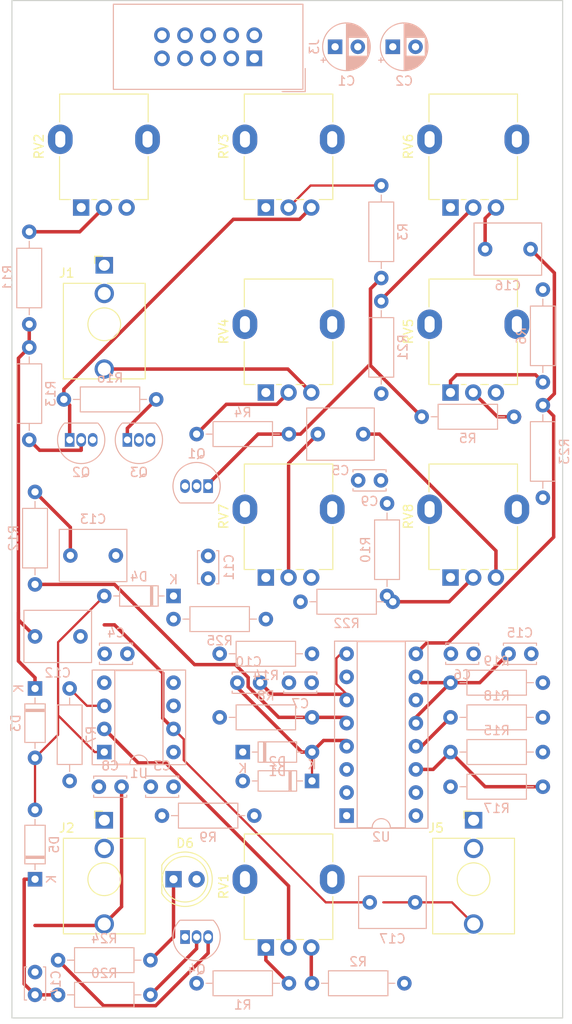
<source format=kicad_pcb>
(kicad_pcb (version 20171130) (host pcbnew 5.1.4-e60b266~84~ubuntu19.04.1)
  (title_block (title Bass++) (date 2019-10-03) (rev 01) (comment 1 "Original design by Thomas Henry") (comment 2 "PCB for main circuit") (comment 4 "License CC BY 4.0 - Attribution 4.0 International"))
  (layers (0 F.Cu signal) (31 B.Cu signal) (34 B.Paste user) (35 F.Paste user) (36 B.SilkS user) (37 F.SilkS user) (38 B.Mask user) (39 F.Mask user) (44 Edge.Cuts user))
  (net 0 "")
  (net 1 GND)
  (net 2 +15V)
  (net 3 -15V)
  (net 4 "Net-(C5-Pad2)")
  (net 5 "Net-(C5-Pad1)")
  (net 6 "Net-(C8-Pad2)")
  (net 7 /TRIGGER)
  (net 8 /ImpactVolume2)
  (net 9 "Net-(C10-Pad2)")
  (net 10 "Net-(C10-Pad1)")
  (net 11 /ImpactVolume1)
  (net 12 "Net-(C11-Pad1)")
  (net 13 "Net-(C12-Pad1)")
  (net 14 "Net-(C13-Pad2)")
  (net 15 "Net-(C13-Pad1)")
  (net 16 "Net-(C14-Pad1)")
  (net 17 "Net-(C15-Pad2)")
  (net 18 "Net-(C16-Pad2)")
  (net 19 /Shell)
  (net 20 /OUT)
  (net 21 "Net-(C17-Pad1)")
  (net 22 /PULSE)
  (net 23 "Net-(D6-Pad1)")
  (net 24 "Net-(J1-PadTN)")
  (net 25 "Net-(J1-PadT)")
  (net 26 "Net-(J2-PadTN)")
  (net 27 +5V)
  (net 28 /ShellVolume)
  (net 29 /ImpactTone)
  (net 30 /SENSITIVITY)
  (net 31 /DECAY)
  (net 32 /CV1)
  (net 33 /CV2)
  (net 34 "Net-(J5-PadTN)")
  (net 35 "Net-(Q1-Pad3)")
  (net 36 "Net-(Q2-Pad2)")
  (net 37 "Net-(Q3-Pad1)")
  (net 38 "Net-(Q3-Pad3)")
  (net 39 "Net-(Q4-Pad3)")
  (net 40 "Net-(Q4-Pad2)")
  (net 41 "Net-(R1-Pad2)")
  (net 42 "Net-(R2-Pad2)")
  (net 43 "Net-(R3-Pad2)")
  (net 44 "Net-(R4-Pad2)")
  (net 45 "Net-(R5-Pad2)")
  (net 46 "Net-(R6-Pad2)")
  (net 47 "Net-(R12-Pad2)")
  (net 48 "Net-(R15-Pad2)")
  (net 49 "Net-(R18-Pad2)")
  (net 50 "Net-(R21-Pad1)")
  (net 51 "Net-(U2-Pad15)")
  (net 52 "Net-(U2-Pad2)")
  (net 53 "Net-(RV2-Pad3)")
  (module Capacitor_THT:C_Rect_L7.2mm_W5.5mm_P5.00mm_FKS2_FKP2_MKS2_MKP2 (layer B.Cu) (at 90.17 149.86)
    (fp_text reference C17 (at 2.5 4) (layer B.SilkS) (effects (justify mirror)))
    (fp_text value 2u2)
    (pad 2 thru_hole circle (at 5 0) (size 1.6 1.6) (drill 0.8) (layers *.Cu *.Mask) (net 20 /OUT))
    (pad 1 thru_hole circle (at 0 0) (size 1.6 1.6) (drill 0.8) (layers *.Cu *.Mask) (net 21 "Net-(C17-Pad1)"))
  )
  (module Capacitor_THT:C_Rect_L7.2mm_W5.5mm_P5.00mm_FKS2_FKP2_MKS2_MKP2 (layer B.Cu) (at 102.87 78.105)
    (fp_text reference C16 (at 2.5 4) (layer B.SilkS) (effects (justify mirror)))
    (fp_text value 2u2)
    (pad 2 thru_hole circle (at 5 0) (size 1.6 1.6) (drill 0.8) (layers *.Cu *.Mask) (net 18 "Net-(C16-Pad2)"))
    (pad 1 thru_hole circle (at 0 0) (size 1.6 1.6) (drill 0.8) (layers *.Cu *.Mask) (net 19 /Shell))
  )
  (module Capacitor_THT:C_Rect_L7.2mm_W5.5mm_P5.00mm_FKS2_FKP2_MKS2_MKP2 (layer B.Cu) (at 62.23 111.76 180)
    (fp_text reference C13 (at 2.5 4) (layer B.SilkS) (effects (justify mirror)))
    (fp_text value 2u2)
    (pad 2 thru_hole circle (at 5 0 180) (size 1.6 1.6) (drill 0.8) (layers *.Cu *.Mask) (net 14 "Net-(C13-Pad2)"))
    (pad 1 thru_hole circle (at 0 0 180) (size 1.6 1.6) (drill 0.8) (layers *.Cu *.Mask) (net 15 "Net-(C13-Pad1)"))
  )
  (module Capacitor_THT:C_Rect_L7.2mm_W5.5mm_P5.00mm_FKS2_FKP2_MKS2_MKP2 (layer B.Cu) (at 53.34 120.65)
    (fp_text reference C12 (at 2.5 4) (layer B.SilkS) (effects (justify mirror)))
    (fp_text value 2u2)
    (pad 2 thru_hole circle (at 5 0) (size 1.6 1.6) (drill 0.8) (layers *.Cu *.Mask) (net 1 GND))
    (pad 1 thru_hole circle (at 0 0) (size 1.6 1.6) (drill 0.8) (layers *.Cu *.Mask) (net 13 "Net-(C12-Pad1)"))
  )
  (module Capacitor_THT:C_Rect_L7.2mm_W5.5mm_P5.00mm_FKS2_FKP2_MKS2_MKP2 (layer B.Cu) (at 84.455 98.425)
    (fp_text reference C5 (at 2.5 4) (layer B.SilkS) (effects (justify mirror)))
    (fp_text value 2u2)
    (pad 2 thru_hole circle (at 5 0) (size 1.6 1.6) (drill 0.8) (layers *.Cu *.Mask) (net 4 "Net-(C5-Pad2)"))
    (pad 1 thru_hole circle (at 0 0) (size 1.6 1.6) (drill 0.8) (layers *.Cu *.Mask) (net 5 "Net-(C5-Pad1)"))
  )
  (module Package_DIP:DIP-16_W7.62mm_Socket (layer B.Cu) (at 87.63 140.335)
    (fp_text reference U2 (at 3.81 2.33) (layer B.SilkS) (effects (justify mirror)))
    (fp_text value LM13700)
    (pad 16 thru_hole oval (at 7.62 0) (size 1.6 1.6) (drill 0.8) (layers *.Cu *.Mask) (net 38 "Net-(Q3-Pad3)"))
    (pad 8 thru_hole oval (at 0 -17.78) (size 1.6 1.6) (drill 0.8) (layers *.Cu *.Mask) (net 14 "Net-(C13-Pad2)"))
    (pad 15 thru_hole oval (at 7.62 -2.54) (size 1.6 1.6) (drill 0.8) (layers *.Cu *.Mask) (net 51 "Net-(U2-Pad15)"))
    (pad 7 thru_hole oval (at 0 -15.24) (size 1.6 1.6) (drill 0.8) (layers *.Cu *.Mask) (net 10 "Net-(C10-Pad1)"))
    (pad 14 thru_hole oval (at 7.62 -5.08) (size 1.6 1.6) (drill 0.8) (layers *.Cu *.Mask) (net 48 "Net-(R15-Pad2)"))
    (pad 6 thru_hole oval (at 0 -12.7) (size 1.6 1.6) (drill 0.8) (layers *.Cu *.Mask) (net 3 -15V))
    (pad 13 thru_hole oval (at 7.62 -7.62) (size 1.6 1.6) (drill 0.8) (layers *.Cu *.Mask) (net 49 "Net-(R18-Pad2)"))
    (pad 5 thru_hole oval (at 0 -10.16) (size 1.6 1.6) (drill 0.8) (layers *.Cu *.Mask) (net 10 "Net-(C10-Pad1)"))
    (pad 12 thru_hole oval (at 7.62 -10.16) (size 1.6 1.6) (drill 0.8) (layers *.Cu *.Mask) (net 17 "Net-(C15-Pad2)"))
    (pad 4 thru_hole oval (at 0 -7.62) (size 1.6 1.6) (drill 0.8) (layers *.Cu *.Mask) (net 47 "Net-(R12-Pad2)"))
    (pad 11 thru_hole oval (at 7.62 -12.7) (size 1.6 1.6) (drill 0.8) (layers *.Cu *.Mask) (net 2 +15V))
    (pad 3 thru_hole oval (at 0 -5.08) (size 1.6 1.6) (drill 0.8) (layers *.Cu *.Mask) (net 9 "Net-(C10-Pad2)"))
    (pad 10 thru_hole oval (at 7.62 -15.24) (size 1.6 1.6) (drill 0.8) (layers *.Cu *.Mask) (net 17 "Net-(C15-Pad2)"))
    (pad 2 thru_hole oval (at 0 -2.54) (size 1.6 1.6) (drill 0.8) (layers *.Cu *.Mask) (net 52 "Net-(U2-Pad2)"))
    (pad 9 thru_hole oval (at 7.62 -17.78) (size 1.6 1.6) (drill 0.8) (layers *.Cu *.Mask) (net 18 "Net-(C16-Pad2)"))
    (pad 1 thru_hole rect (at 0 0) (size 1.6 1.6) (drill 0.8) (layers *.Cu *.Mask) (net 35 "Net-(Q1-Pad3)"))
  )
  (module Package_DIP:DIP-8_W7.62mm_Socket (layer B.Cu) (at 60.96 133.35)
    (fp_text reference U1 (at 3.81 2.33) (layer B.SilkS) (effects (justify mirror)))
    (fp_text value TL072)
    (pad 8 thru_hole oval (at 7.62 0) (size 1.6 1.6) (drill 0.8) (layers *.Cu *.Mask) (net 2 +15V))
    (pad 4 thru_hole oval (at 0 -7.62) (size 1.6 1.6) (drill 0.8) (layers *.Cu *.Mask) (net 3 -15V))
    (pad 7 thru_hole oval (at 7.62 -2.54) (size 1.6 1.6) (drill 0.8) (layers *.Cu *.Mask) (net 21 "Net-(C17-Pad1)"))
    (pad 3 thru_hole oval (at 0 -5.08) (size 1.6 1.6) (drill 0.8) (layers *.Cu *.Mask) (net 6 "Net-(C8-Pad2)"))
    (pad 6 thru_hole oval (at 7.62 -5.08) (size 1.6 1.6) (drill 0.8) (layers *.Cu *.Mask) (net 50 "Net-(R21-Pad1)"))
    (pad 2 thru_hole oval (at 0 -2.54) (size 1.6 1.6) (drill 0.8) (layers *.Cu *.Mask) (net 30 /SENSITIVITY))
    (pad 5 thru_hole oval (at 7.62 -7.62) (size 1.6 1.6) (drill 0.8) (layers *.Cu *.Mask) (net 1 GND))
    (pad 1 thru_hole rect (at 0 0) (size 1.6 1.6) (drill 0.8) (layers *.Cu *.Mask) (net 22 /PULSE))
  )
  (module elektrophon:Potentiometer_Alpha_RD901F-40-00D_Single_Vertical (layer F.Cu) (at 101.6 106.68 90)
    (fp_text reference RV8 (at -0.79 -7.18 270) (layer F.SilkS))
    (fp_text value 100k)
    (pad "" thru_hole oval (at 0 -4.84 180) (size 2.72 3.24) (drill oval 1.1 1.8) (layers *.Cu *.Mask))
    (pad "" thru_hole oval (at 0 4.76 180) (size 2.72 3.24) (drill oval 1.1 1.8) (layers *.Cu *.Mask))
    (pad 3 thru_hole circle (at -7.5 2.46 180) (size 1.8 1.8) (drill 1) (layers *.Cu *.Mask) (net 4 "Net-(C5-Pad2)"))
    (pad 2 thru_hole circle (at -7.5 -0.04 180) (size 1.8 1.8) (drill 1) (layers *.Cu *.Mask) (net 29 /ImpactTone))
    (pad 1 thru_hole rect (at -7.5 -2.54 180) (size 1.8 1.8) (drill 1) (layers *.Cu *.Mask) (net 1 GND))
  )
  (module elektrophon:Potentiometer_Alpha_RD901F-40-00D_Single_Vertical (layer F.Cu) (at 81.28 106.68 90)
    (fp_text reference RV7 (at -0.79 -7.18 270) (layer F.SilkS))
    (fp_text value 10k)
    (pad "" thru_hole oval (at 0 -4.84 180) (size 2.72 3.24) (drill oval 1.1 1.8) (layers *.Cu *.Mask))
    (pad "" thru_hole oval (at 0 4.76 180) (size 2.72 3.24) (drill oval 1.1 1.8) (layers *.Cu *.Mask))
    (pad 3 thru_hole circle (at -7.5 2.46 180) (size 1.8 1.8) (drill 1) (layers *.Cu *.Mask) (net 8 /ImpactVolume2))
    (pad 2 thru_hole circle (at -7.5 -0.04 180) (size 1.8 1.8) (drill 1) (layers *.Cu *.Mask) (net 5 "Net-(C5-Pad1)"))
    (pad 1 thru_hole rect (at -7.5 -2.54 180) (size 1.8 1.8) (drill 1) (layers *.Cu *.Mask) (net 11 /ImpactVolume1))
  )
  (module elektrophon:Potentiometer_Alpha_RD901F-40-00D_Single_Vertical (layer F.Cu) (at 101.6 66.04 90)
    (fp_text reference RV6 (at -0.79 -7.18 270) (layer F.SilkS))
    (fp_text value 100k)
    (pad "" thru_hole oval (at 0 -4.84 180) (size 2.72 3.24) (drill oval 1.1 1.8) (layers *.Cu *.Mask))
    (pad "" thru_hole oval (at 0 4.76 180) (size 2.72 3.24) (drill oval 1.1 1.8) (layers *.Cu *.Mask))
    (pad 3 thru_hole circle (at -7.5 2.46 180) (size 1.8 1.8) (drill 1) (layers *.Cu *.Mask) (net 19 /Shell))
    (pad 2 thru_hole circle (at -7.5 -0.04 180) (size 1.8 1.8) (drill 1) (layers *.Cu *.Mask) (net 28 /ShellVolume))
    (pad 1 thru_hole rect (at -7.5 -2.54 180) (size 1.8 1.8) (drill 1) (layers *.Cu *.Mask) (net 1 GND))
  )
  (module elektrophon:Potentiometer_Alpha_RD901F-40-00D_Single_Vertical (layer F.Cu) (at 101.6 86.36 90)
    (fp_text reference RV5 (at -0.79 -7.18 270) (layer F.SilkS))
    (fp_text value 100k)
    (pad "" thru_hole oval (at 0 -4.84 180) (size 2.72 3.24) (drill oval 1.1 1.8) (layers *.Cu *.Mask))
    (pad "" thru_hole oval (at 0 4.76 180) (size 2.72 3.24) (drill oval 1.1 1.8) (layers *.Cu *.Mask))
    (pad 3 thru_hole circle (at -7.5 2.46 180) (size 1.8 1.8) (drill 1) (layers *.Cu *.Mask) (net 2 +15V))
    (pad 2 thru_hole circle (at -7.5 -0.04 180) (size 1.8 1.8) (drill 1) (layers *.Cu *.Mask) (net 45 "Net-(R5-Pad2)"))
    (pad 1 thru_hole rect (at -7.5 -2.54 180) (size 1.8 1.8) (drill 1) (layers *.Cu *.Mask) (net 46 "Net-(R6-Pad2)"))
  )
  (module elektrophon:Potentiometer_Alpha_RD901F-40-00D_Single_Vertical (layer F.Cu) (at 81.28 86.36 90)
    (fp_text reference RV4 (at -0.79 -7.18 270) (layer F.SilkS))
    (fp_text value 100k)
    (pad "" thru_hole oval (at 0 -4.84 180) (size 2.72 3.24) (drill oval 1.1 1.8) (layers *.Cu *.Mask))
    (pad "" thru_hole oval (at 0 4.76 180) (size 2.72 3.24) (drill oval 1.1 1.8) (layers *.Cu *.Mask))
    (pad 3 thru_hole circle (at -7.5 2.46 180) (size 1.8 1.8) (drill 1) (layers *.Cu *.Mask) (net 25 "Net-(J1-PadT)"))
    (pad 2 thru_hole circle (at -7.5 -0.04 180) (size 1.8 1.8) (drill 1) (layers *.Cu *.Mask) (net 44 "Net-(R4-Pad2)"))
    (pad 1 thru_hole rect (at -7.5 -2.54 180) (size 1.8 1.8) (drill 1) (layers *.Cu *.Mask) (net 1 GND))
  )
  (module elektrophon:Potentiometer_Alpha_RD901F-40-00D_Single_Vertical (layer F.Cu) (at 81.28 66.04 90)
    (fp_text reference RV3 (at -0.79 -7.18 270) (layer F.SilkS))
    (fp_text value 10k)
    (pad "" thru_hole oval (at 0 -4.84 180) (size 2.72 3.24) (drill oval 1.1 1.8) (layers *.Cu *.Mask))
    (pad "" thru_hole oval (at 0 4.76 180) (size 2.72 3.24) (drill oval 1.1 1.8) (layers *.Cu *.Mask))
    (pad 3 thru_hole circle (at -7.5 2.46 180) (size 1.8 1.8) (drill 1) (layers *.Cu *.Mask) (net 32 /CV1))
    (pad 2 thru_hole circle (at -7.5 -0.04 180) (size 1.8 1.8) (drill 1) (layers *.Cu *.Mask) (net 43 "Net-(R3-Pad2)"))
    (pad 1 thru_hole rect (at -7.5 -2.54 180) (size 1.8 1.8) (drill 1) (layers *.Cu *.Mask) (net 1 GND))
  )
  (module elektrophon:Potentiometer_Alpha_RD901F-40-00D_Single_Vertical (layer F.Cu) (at 60.96 66.04 90)
    (fp_text reference RV2 (at -0.79 -7.18 270) (layer F.SilkS))
    (fp_text value 500k)
    (pad "" thru_hole oval (at 0 -4.84 180) (size 2.72 3.24) (drill oval 1.1 1.8) (layers *.Cu *.Mask))
    (pad "" thru_hole oval (at 0 4.76 180) (size 2.72 3.24) (drill oval 1.1 1.8) (layers *.Cu *.Mask))
    (pad 3 thru_hole circle (at -7.5 2.46 180) (size 1.8 1.8) (drill 1) (layers *.Cu *.Mask) (net 53 "Net-(RV2-Pad3)"))
    (pad 2 thru_hole circle (at -7.5 -0.04 180) (size 1.8 1.8) (drill 1) (layers *.Cu *.Mask) (net 31 /DECAY))
    (pad 1 thru_hole rect (at -7.5 -2.54 180) (size 1.8 1.8) (drill 1) (layers *.Cu *.Mask) (net 1 GND))
  )
  (module elektrophon:Potentiometer_Alpha_RD901F-40-00D_Single_Vertical (layer F.Cu) (at 81.28 147.32 90)
    (fp_text reference RV1 (at -0.79 -7.18 270) (layer F.SilkS))
    (fp_text value 10k)
    (pad "" thru_hole oval (at 0 -4.84 180) (size 2.72 3.24) (drill oval 1.1 1.8) (layers *.Cu *.Mask))
    (pad "" thru_hole oval (at 0 4.76 180) (size 2.72 3.24) (drill oval 1.1 1.8) (layers *.Cu *.Mask))
    (pad 3 thru_hole circle (at -7.5 2.46 180) (size 1.8 1.8) (drill 1) (layers *.Cu *.Mask) (net 42 "Net-(R2-Pad2)"))
    (pad 2 thru_hole circle (at -7.5 -0.04 180) (size 1.8 1.8) (drill 1) (layers *.Cu *.Mask) (net 30 /SENSITIVITY))
    (pad 1 thru_hole rect (at -7.5 -2.54 180) (size 1.8 1.8) (drill 1) (layers *.Cu *.Mask) (net 41 "Net-(R1-Pad2)"))
  )
  (module Resistor_THT:R_Axial_DIN0207_L6.3mm_D2.5mm_P10.16mm_Horizontal (layer B.Cu) (at 68.58 118.745)
    (fp_text reference R25 (at 5.08 2.37) (layer B.SilkS) (effects (justify mirror)))
    (fp_text value 100k)
    (pad 2 thru_hole oval (at 10.16 0) (size 1.6 1.6) (drill 0.8) (layers *.Cu *.Mask) (net 50 "Net-(R21-Pad1)"))
    (pad 1 thru_hole circle (at 0 0) (size 1.6 1.6) (drill 0.8) (layers *.Cu *.Mask) (net 21 "Net-(C17-Pad1)"))
  )
  (module Resistor_THT:R_Axial_DIN0207_L6.3mm_D2.5mm_P10.16mm_Horizontal (layer B.Cu) (at 66.04 156.21 180)
    (fp_text reference R24 (at 5.08 2.37) (layer B.SilkS) (effects (justify mirror)))
    (fp_text value 1.5k)
    (pad 2 thru_hole oval (at 10.16 0 180) (size 1.6 1.6) (drill 0.8) (layers *.Cu *.Mask) (net 39 "Net-(Q4-Pad3)"))
    (pad 1 thru_hole circle (at 0 0 180) (size 1.6 1.6) (drill 0.8) (layers *.Cu *.Mask) (net 23 "Net-(D6-Pad1)"))
  )
  (module Resistor_THT:R_Axial_DIN0207_L6.3mm_D2.5mm_P10.16mm_Horizontal (layer B.Cu) (at 109.22 105.41 90)
    (fp_text reference R23 (at 5.08 2.37 90) (layer B.SilkS) (effects (justify mirror)))
    (fp_text value 10k)
    (pad 2 thru_hole oval (at 10.16 0 90) (size 1.6 1.6) (drill 0.8) (layers *.Cu *.Mask) (net 18 "Net-(C16-Pad2)"))
    (pad 1 thru_hole circle (at 0 0 90) (size 1.6 1.6) (drill 0.8) (layers *.Cu *.Mask) (net 3 -15V))
  )
  (module Resistor_THT:R_Axial_DIN0207_L6.3mm_D2.5mm_P10.16mm_Horizontal (layer B.Cu) (at 82.55 116.84)
    (fp_text reference R22 (at 5.08 2.37) (layer B.SilkS) (effects (justify mirror)))
    (fp_text value 100k)
    (pad 2 thru_hole oval (at 10.16 0) (size 1.6 1.6) (drill 0.8) (layers *.Cu *.Mask) (net 29 /ImpactTone))
    (pad 1 thru_hole circle (at 0 0) (size 1.6 1.6) (drill 0.8) (layers *.Cu *.Mask) (net 50 "Net-(R21-Pad1)"))
  )
  (module Resistor_THT:R_Axial_DIN0207_L6.3mm_D2.5mm_P10.16mm_Horizontal (layer B.Cu) (at 91.44 93.98 90)
    (fp_text reference R21 (at 5.08 2.37 90) (layer B.SilkS) (effects (justify mirror)))
    (fp_text value 100k)
    (pad 2 thru_hole oval (at 10.16 0 90) (size 1.6 1.6) (drill 0.8) (layers *.Cu *.Mask) (net 28 /ShellVolume))
    (pad 1 thru_hole circle (at 0 0 90) (size 1.6 1.6) (drill 0.8) (layers *.Cu *.Mask) (net 50 "Net-(R21-Pad1)"))
  )
  (module Resistor_THT:R_Axial_DIN0207_L6.3mm_D2.5mm_P10.16mm_Horizontal (layer B.Cu) (at 66.04 160.02 180)
    (fp_text reference R20 (at 5.08 2.37) (layer B.SilkS) (effects (justify mirror)))
    (fp_text value 220k)
    (pad 2 thru_hole oval (at 10.16 0 180) (size 1.6 1.6) (drill 0.8) (layers *.Cu *.Mask) (net 16 "Net-(C14-Pad1)"))
    (pad 1 thru_hole circle (at 0 0 180) (size 1.6 1.6) (drill 0.8) (layers *.Cu *.Mask) (net 40 "Net-(Q4-Pad2)"))
  )
  (module Resistor_THT:R_Axial_DIN0207_L6.3mm_D2.5mm_P10.16mm_Horizontal (layer B.Cu) (at 109.22 125.73 180)
    (fp_text reference R19 (at 5.08 2.37) (layer B.SilkS) (effects (justify mirror)))
    (fp_text value 56k)
    (pad 2 thru_hole oval (at 10.16 0 180) (size 1.6 1.6) (drill 0.8) (layers *.Cu *.Mask) (net 17 "Net-(C15-Pad2)"))
    (pad 1 thru_hole circle (at 0 0 180) (size 1.6 1.6) (drill 0.8) (layers *.Cu *.Mask) (net 1 GND))
  )
  (module Resistor_THT:R_Axial_DIN0207_L6.3mm_D2.5mm_P10.16mm_Horizontal (layer B.Cu) (at 109.22 129.54 180)
    (fp_text reference R18 (at 5.08 2.37) (layer B.SilkS) (effects (justify mirror)))
    (fp_text value 220)
    (pad 2 thru_hole oval (at 10.16 0 180) (size 1.6 1.6) (drill 0.8) (layers *.Cu *.Mask) (net 49 "Net-(R18-Pad2)"))
    (pad 1 thru_hole circle (at 0 0 180) (size 1.6 1.6) (drill 0.8) (layers *.Cu *.Mask) (net 1 GND))
  )
  (module Resistor_THT:R_Axial_DIN0207_L6.3mm_D2.5mm_P10.16mm_Horizontal (layer B.Cu) (at 99.06 137.16)
    (fp_text reference R17 (at 5.08 2.37) (layer B.SilkS) (effects (justify mirror)))
    (fp_text value 220)
    (pad 2 thru_hole oval (at 10.16 0) (size 1.6 1.6) (drill 0.8) (layers *.Cu *.Mask) (net 48 "Net-(R15-Pad2)"))
    (pad 1 thru_hole circle (at 0 0) (size 1.6 1.6) (drill 0.8) (layers *.Cu *.Mask) (net 1 GND))
  )
  (module Resistor_THT:R_Axial_DIN0207_L6.3mm_D2.5mm_P10.16mm_Horizontal (layer B.Cu) (at 66.675 94.615 180)
    (fp_text reference R16 (at 5.08 2.37) (layer B.SilkS) (effects (justify mirror)))
    (fp_text value 20k)
    (pad 2 thru_hole oval (at 10.16 0 180) (size 1.6 1.6) (drill 0.8) (layers *.Cu *.Mask) (net 32 /CV1))
    (pad 1 thru_hole circle (at 0 0 180) (size 1.6 1.6) (drill 0.8) (layers *.Cu *.Mask) (net 37 "Net-(Q3-Pad1)"))
  )
  (module Resistor_THT:R_Axial_DIN0207_L6.3mm_D2.5mm_P10.16mm_Horizontal (layer B.Cu) (at 109.22 133.35 180)
    (fp_text reference R15 (at 5.08 2.37) (layer B.SilkS) (effects (justify mirror)))
    (fp_text value 100k)
    (pad 2 thru_hole oval (at 10.16 0 180) (size 1.6 1.6) (drill 0.8) (layers *.Cu *.Mask) (net 48 "Net-(R15-Pad2)"))
    (pad 1 thru_hole circle (at 0 0 180) (size 1.6 1.6) (drill 0.8) (layers *.Cu *.Mask) (net 15 "Net-(C13-Pad1)"))
  )
  (module Resistor_THT:R_Axial_DIN0207_L6.3mm_D2.5mm_P10.16mm_Horizontal (layer B.Cu) (at 73.66 122.555)
    (fp_text reference R14 (at 5.08 2.37) (layer B.SilkS) (effects (justify mirror)))
    (fp_text value 5k1)
    (pad 2 thru_hole oval (at 10.16 0) (size 1.6 1.6) (drill 0.8) (layers *.Cu *.Mask) (net 14 "Net-(C13-Pad2)"))
    (pad 1 thru_hole circle (at 0 0) (size 1.6 1.6) (drill 0.8) (layers *.Cu *.Mask) (net 3 -15V))
  )
  (module Resistor_THT:R_Axial_DIN0207_L6.3mm_D2.5mm_P10.16mm_Horizontal (layer B.Cu) (at 52.705 99.06 90)
    (fp_text reference R13 (at 5.08 2.37 90) (layer B.SilkS) (effects (justify mirror)))
    (fp_text value 10k)
    (pad 2 thru_hole oval (at 10.16 0 90) (size 1.6 1.6) (drill 0.8) (layers *.Cu *.Mask) (net 13 "Net-(C12-Pad1)"))
    (pad 1 thru_hole circle (at 0 0 90) (size 1.6 1.6) (drill 0.8) (layers *.Cu *.Mask) (net 36 "Net-(Q2-Pad2)"))
  )
  (module Resistor_THT:R_Axial_DIN0207_L6.3mm_D2.5mm_P10.16mm_Horizontal (layer B.Cu) (at 53.34 104.775 270)
    (fp_text reference R12 (at 5.08 2.37 90) (layer B.SilkS) (effects (justify mirror)))
    (fp_text value 20k)
    (pad 2 thru_hole oval (at 10.16 0 270) (size 1.6 1.6) (drill 0.8) (layers *.Cu *.Mask) (net 47 "Net-(R12-Pad2)"))
    (pad 1 thru_hole circle (at 0 0 270) (size 1.6 1.6) (drill 0.8) (layers *.Cu *.Mask) (net 14 "Net-(C13-Pad2)"))
  )
  (module Resistor_THT:R_Axial_DIN0207_L6.3mm_D2.5mm_P10.16mm_Horizontal (layer B.Cu) (at 52.705 76.2 270)
    (fp_text reference R11 (at 5.08 2.37 90) (layer B.SilkS) (effects (justify mirror)))
    (fp_text value 1k)
    (pad 2 thru_hole oval (at 10.16 0 270) (size 1.6 1.6) (drill 0.8) (layers *.Cu *.Mask) (net 13 "Net-(C12-Pad1)"))
    (pad 1 thru_hole circle (at 0 0 270) (size 1.6 1.6) (drill 0.8) (layers *.Cu *.Mask) (net 31 /DECAY))
  )
  (module Resistor_THT:R_Axial_DIN0207_L6.3mm_D2.5mm_P10.16mm_Horizontal (layer B.Cu) (at 92.075 106.045 270)
    (fp_text reference R10 (at 5.08 2.37 90) (layer B.SilkS) (effects (justify mirror)))
    (fp_text value 10k)
    (pad 2 thru_hole oval (at 10.16 0 270) (size 1.6 1.6) (drill 0.8) (layers *.Cu *.Mask) (net 12 "Net-(C11-Pad1)"))
    (pad 1 thru_hole circle (at 0 0 270) (size 1.6 1.6) (drill 0.8) (layers *.Cu *.Mask) (net 8 /ImpactVolume2))
  )
  (module Resistor_THT:R_Axial_DIN0207_L6.3mm_D2.5mm_P10.16mm_Horizontal (layer B.Cu) (at 67.31 140.335)
    (fp_text reference R9 (at 5.08 2.37) (layer B.SilkS) (effects (justify mirror)))
    (fp_text value 2k)
    (pad 2 thru_hole oval (at 10.16 0) (size 1.6 1.6) (drill 0.8) (layers *.Cu *.Mask) (net 11 /ImpactVolume1))
    (pad 1 thru_hole circle (at 0 0) (size 1.6 1.6) (drill 0.8) (layers *.Cu *.Mask) (net 1 GND))
  )
  (module Resistor_THT:R_Axial_DIN0207_L6.3mm_D2.5mm_P10.16mm_Horizontal (layer B.Cu) (at 83.82 129.54 180)
    (fp_text reference R8 (at 5.08 2.37) (layer B.SilkS) (effects (justify mirror)))
    (fp_text value 2k)
    (pad 2 thru_hole oval (at 10.16 0 180) (size 1.6 1.6) (drill 0.8) (layers *.Cu *.Mask) (net 1 GND))
    (pad 1 thru_hole circle (at 0 0 180) (size 1.6 1.6) (drill 0.8) (layers *.Cu *.Mask) (net 47 "Net-(R12-Pad2)"))
  )
  (module Resistor_THT:R_Axial_DIN0207_L6.3mm_D2.5mm_P10.16mm_Horizontal (layer B.Cu) (at 57.15 136.525 90)
    (fp_text reference R7 (at 5.08 2.37 90) (layer B.SilkS) (effects (justify mirror)))
    (fp_text value 1M)
    (pad 2 thru_hole oval (at 10.16 0 90) (size 1.6 1.6) (drill 0.8) (layers *.Cu *.Mask) (net 6 "Net-(C8-Pad2)"))
    (pad 1 thru_hole circle (at 0 0 90) (size 1.6 1.6) (drill 0.8) (layers *.Cu *.Mask) (net 1 GND))
  )
  (module Resistor_THT:R_Axial_DIN0207_L6.3mm_D2.5mm_P10.16mm_Horizontal (layer B.Cu) (at 109.22 82.55 270)
    (fp_text reference R6 (at 5.08 2.37 90) (layer B.SilkS) (effects (justify mirror)))
    (fp_text value 3k3)
    (pad 2 thru_hole oval (at 10.16 0 270) (size 1.6 1.6) (drill 0.8) (layers *.Cu *.Mask) (net 46 "Net-(R6-Pad2)"))
    (pad 1 thru_hole circle (at 0 0 270) (size 1.6 1.6) (drill 0.8) (layers *.Cu *.Mask) (net 1 GND))
  )
  (module Resistor_THT:R_Axial_DIN0207_L6.3mm_D2.5mm_P10.16mm_Horizontal (layer B.Cu) (at 95.885 96.52)
    (fp_text reference R5 (at 5.08 2.37) (layer B.SilkS) (effects (justify mirror)))
    (fp_text value 27k)
    (pad 2 thru_hole oval (at 10.16 0) (size 1.6 1.6) (drill 0.8) (layers *.Cu *.Mask) (net 45 "Net-(R5-Pad2)"))
    (pad 1 thru_hole circle (at 0 0) (size 1.6 1.6) (drill 0.8) (layers *.Cu *.Mask) (net 33 /CV2))
  )
  (module Resistor_THT:R_Axial_DIN0207_L6.3mm_D2.5mm_P10.16mm_Horizontal (layer B.Cu) (at 81.28 98.425 180)
    (fp_text reference R4 (at 5.08 2.37) (layer B.SilkS) (effects (justify mirror)))
    (fp_text value 56k)
    (pad 2 thru_hole oval (at 10.16 0 180) (size 1.6 1.6) (drill 0.8) (layers *.Cu *.Mask) (net 44 "Net-(R4-Pad2)"))
    (pad 1 thru_hole circle (at 0 0 180) (size 1.6 1.6) (drill 0.8) (layers *.Cu *.Mask) (net 33 /CV2))
  )
  (module Resistor_THT:R_Axial_DIN0207_L6.3mm_D2.5mm_P10.16mm_Horizontal (layer B.Cu) (at 91.44 81.28 90)
    (fp_text reference R3 (at 5.08 2.37 90) (layer B.SilkS) (effects (justify mirror)))
    (fp_text value 100k)
    (pad 2 thru_hole oval (at 10.16 0 90) (size 1.6 1.6) (drill 0.8) (layers *.Cu *.Mask) (net 43 "Net-(R3-Pad2)"))
    (pad 1 thru_hole circle (at 0 0 90) (size 1.6 1.6) (drill 0.8) (layers *.Cu *.Mask) (net 33 /CV2))
  )
  (module Resistor_THT:R_Axial_DIN0207_L6.3mm_D2.5mm_P10.16mm_Horizontal (layer B.Cu) (at 93.98 158.75 180)
    (fp_text reference R2 (at 5.08 2.37) (layer B.SilkS) (effects (justify mirror)))
    (fp_text value 20k)
    (pad 2 thru_hole oval (at 10.16 0 180) (size 1.6 1.6) (drill 0.8) (layers *.Cu *.Mask) (net 42 "Net-(R2-Pad2)"))
    (pad 1 thru_hole circle (at 0 0 180) (size 1.6 1.6) (drill 0.8) (layers *.Cu *.Mask) (net 2 +15V))
  )
  (module Resistor_THT:R_Axial_DIN0207_L6.3mm_D2.5mm_P10.16mm_Horizontal (layer B.Cu) (at 71.12 158.75)
    (fp_text reference R1 (at 5.08 2.37) (layer B.SilkS) (effects (justify mirror)))
    (fp_text value 100)
    (pad 2 thru_hole oval (at 10.16 0) (size 1.6 1.6) (drill 0.8) (layers *.Cu *.Mask) (net 41 "Net-(R1-Pad2)"))
    (pad 1 thru_hole circle (at 0 0) (size 1.6 1.6) (drill 0.8) (layers *.Cu *.Mask) (net 1 GND))
  )
  (module Package_TO_SOT_THT:TO-92_Inline (layer B.Cu) (at 69.85 153.67)
    (fp_text reference Q4 (at 1.27 3.56) (layer B.SilkS) (effects (justify mirror)))
    (fp_text value 2N3904)
    (pad 1 thru_hole rect (at 0 0) (size 1.05 1.5) (drill 0.75) (layers *.Cu *.Mask) (net 1 GND))
    (pad 3 thru_hole oval (at 2.54 0) (size 1.05 1.5) (drill 0.75) (layers *.Cu *.Mask) (net 39 "Net-(Q4-Pad3)"))
    (pad 2 thru_hole oval (at 1.27 0) (size 1.05 1.5) (drill 0.75) (layers *.Cu *.Mask) (net 40 "Net-(Q4-Pad2)"))
  )
  (module Package_TO_SOT_THT:TO-92_Inline (layer B.Cu) (at 63.5 99.06)
    (fp_text reference Q3 (at 1.27 3.56) (layer B.SilkS) (effects (justify mirror)))
    (fp_text value 2N3906)
    (pad 1 thru_hole rect (at 0 0) (size 1.05 1.5) (drill 0.75) (layers *.Cu *.Mask) (net 37 "Net-(Q3-Pad1)"))
    (pad 3 thru_hole oval (at 2.54 0) (size 1.05 1.5) (drill 0.75) (layers *.Cu *.Mask) (net 38 "Net-(Q3-Pad3)"))
    (pad 2 thru_hole oval (at 1.27 0) (size 1.05 1.5) (drill 0.75) (layers *.Cu *.Mask) (net 1 GND))
  )
  (module Package_TO_SOT_THT:TO-92_Inline (layer B.Cu) (at 57.15 99.06)
    (fp_text reference Q2 (at 1.27 3.56) (layer B.SilkS) (effects (justify mirror)))
    (fp_text value 2N3904)
    (pad 1 thru_hole rect (at 0 0) (size 1.05 1.5) (drill 0.75) (layers *.Cu *.Mask) (net 32 /CV1))
    (pad 3 thru_hole oval (at 2.54 0) (size 1.05 1.5) (drill 0.75) (layers *.Cu *.Mask) (net 2 +15V))
    (pad 2 thru_hole oval (at 1.27 0) (size 1.05 1.5) (drill 0.75) (layers *.Cu *.Mask) (net 36 "Net-(Q2-Pad2)"))
  )
  (module Package_TO_SOT_THT:TO-92_Inline (layer B.Cu) (at 72.39 104.14 180)
    (fp_text reference Q1 (at 1.27 3.56) (layer B.SilkS) (effects (justify mirror)))
    (fp_text value 2N3906)
    (pad 1 thru_hole rect (at 0 0 180) (size 1.05 1.5) (drill 0.75) (layers *.Cu *.Mask) (net 33 /CV2))
    (pad 3 thru_hole oval (at 2.54 0 180) (size 1.05 1.5) (drill 0.75) (layers *.Cu *.Mask) (net 35 "Net-(Q1-Pad3)"))
    (pad 2 thru_hole oval (at 1.27 0 180) (size 1.05 1.5) (drill 0.75) (layers *.Cu *.Mask) (net 1 GND))
  )
  (module elektrophon:Jack_3.5mm_QingPu_WQP-PJ398SM_Vertical_CircularHoles (layer F.Cu) (at 101.6 147.32)
    (fp_text reference J5 (at -4.13 -5.63) (layer F.SilkS))
    (fp_text value CV)
    (pad TN thru_hole circle (at 0 -3.38 180) (size 2.13 2.13) (drill 1.42) (layers *.Cu *.Mask) (net 34 "Net-(J5-PadTN)"))
    (pad S thru_hole rect (at 0 -6.48 180) (size 1.93 1.83) (drill 1.22) (layers *.Cu *.Mask) (net 1 GND))
    (pad T thru_hole circle (at 0 4.92 180) (size 2.13 2.13) (drill 1.43) (layers *.Cu *.Mask) (net 20 /OUT))
  )
  (module Connector_IDC:IDC-Header_2x05_P2.54mm_Vertical (layer B.Cu) (at 77.47 57.15 90)
    (fp_text reference J3 (at 1.27 6.604 270) (layer B.SilkS) (effects (justify mirror)))
    (fp_text value "IDC Header")
    (pad 10 thru_hole oval (at 2.54 -10.16 90) (size 1.7272 1.7272) (drill 1.016) (layers *.Cu *.Mask) (net 27 +5V))
    (pad 9 thru_hole oval (at 0 -10.16 90) (size 1.7272 1.7272) (drill 1.016) (layers *.Cu *.Mask) (net 27 +5V))
    (pad 8 thru_hole oval (at 2.54 -7.62 90) (size 1.7272 1.7272) (drill 1.016) (layers *.Cu *.Mask) (net 1 GND))
    (pad 7 thru_hole oval (at 0 -7.62 90) (size 1.7272 1.7272) (drill 1.016) (layers *.Cu *.Mask) (net 1 GND))
    (pad 6 thru_hole oval (at 2.54 -5.08 90) (size 1.7272 1.7272) (drill 1.016) (layers *.Cu *.Mask) (net 1 GND))
    (pad 5 thru_hole oval (at 0 -5.08 90) (size 1.7272 1.7272) (drill 1.016) (layers *.Cu *.Mask) (net 1 GND))
    (pad 4 thru_hole oval (at 2.54 -2.54 90) (size 1.7272 1.7272) (drill 1.016) (layers *.Cu *.Mask) (net 2 +15V))
    (pad 3 thru_hole oval (at 0 -2.54 90) (size 1.7272 1.7272) (drill 1.016) (layers *.Cu *.Mask) (net 2 +15V))
    (pad 2 thru_hole oval (at 2.54 0 90) (size 1.7272 1.7272) (drill 1.016) (layers *.Cu *.Mask) (net 3 -15V))
    (pad 1 thru_hole rect (at 0 0 90) (size 1.7272 1.7272) (drill 1.016) (layers *.Cu *.Mask) (net 3 -15V))
  )
  (module elektrophon:Jack_3.5mm_QingPu_WQP-PJ398SM_Vertical_CircularHoles (layer F.Cu) (at 60.96 147.32)
    (fp_text reference J2 (at -4.13 -5.63) (layer F.SilkS))
    (fp_text value Trigger)
    (pad TN thru_hole circle (at 0 -3.38 180) (size 2.13 2.13) (drill 1.42) (layers *.Cu *.Mask) (net 26 "Net-(J2-PadTN)"))
    (pad S thru_hole rect (at 0 -6.48 180) (size 1.93 1.83) (drill 1.22) (layers *.Cu *.Mask) (net 1 GND))
    (pad T thru_hole circle (at 0 4.92 180) (size 2.13 2.13) (drill 1.43) (layers *.Cu *.Mask) (net 7 /TRIGGER))
  )
  (module elektrophon:Jack_3.5mm_QingPu_WQP-PJ398SM_Vertical_CircularHoles (layer F.Cu) (at 60.96 86.36)
    (fp_text reference J1 (at -4.13 -5.63) (layer F.SilkS))
    (fp_text value CV)
    (pad TN thru_hole circle (at 0 -3.38 180) (size 2.13 2.13) (drill 1.42) (layers *.Cu *.Mask) (net 24 "Net-(J1-PadTN)"))
    (pad S thru_hole rect (at 0 -6.48 180) (size 1.93 1.83) (drill 1.22) (layers *.Cu *.Mask) (net 1 GND))
    (pad T thru_hole circle (at 0 4.92 180) (size 2.13 2.13) (drill 1.43) (layers *.Cu *.Mask) (net 25 "Net-(J1-PadT)"))
  )
  (module LED_THT:LED_D5.0mm (layer F.Cu) (at 68.58 147.32)
    (fp_text reference D6 (at 1.27 -3.96) (layer F.SilkS))
    (fp_text value LED)
    (pad 2 thru_hole circle (at 2.54 0) (size 1.8 1.8) (drill 0.9) (layers *.Cu *.Mask) (net 2 +15V))
    (pad 1 thru_hole rect (at 0 0) (size 1.8 1.8) (drill 0.9) (layers *.Cu *.Mask) (net 23 "Net-(D6-Pad1)"))
  )
  (module Diode_THT:D_DO-35_SOD27_P7.62mm_Horizontal (layer B.Cu) (at 53.34 147.32 90)
    (fp_text reference D5 (at 3.81 2.12 90) (layer B.SilkS) (effects (justify mirror)))
    (fp_text value 1N4148)
    (fp_text user K (at 0 1.8 90) (layer B.SilkS) (effects (justify mirror)))
    (pad 2 thru_hole oval (at 7.62 0 90) (size 1.6 1.6) (drill 0.8) (layers *.Cu *.Mask) (net 22 /PULSE))
    (pad 1 thru_hole rect (at 0 0 90) (size 1.6 1.6) (drill 0.8) (layers *.Cu *.Mask) (net 16 "Net-(C14-Pad1)"))
  )
  (module Diode_THT:D_DO-35_SOD27_P7.62mm_Horizontal (layer B.Cu) (at 68.58 116.205 180)
    (fp_text reference D4 (at 3.81 2.12) (layer B.SilkS) (effects (justify mirror)))
    (fp_text value 1N4148)
    (fp_text user K (at 0 1.8) (layer B.SilkS) (effects (justify mirror)))
    (pad 2 thru_hole oval (at 7.62 0 180) (size 1.6 1.6) (drill 0.8) (layers *.Cu *.Mask) (net 22 /PULSE))
    (pad 1 thru_hole rect (at 0 0 180) (size 1.6 1.6) (drill 0.8) (layers *.Cu *.Mask) (net 12 "Net-(C11-Pad1)"))
  )
  (module Diode_THT:D_DO-35_SOD27_P7.62mm_Horizontal (layer B.Cu) (at 53.34 126.365 270)
    (fp_text reference D3 (at 3.81 2.12 90) (layer B.SilkS) (effects (justify mirror)))
    (fp_text value 1N4148)
    (fp_text user K (at 0 1.8 90) (layer B.SilkS) (effects (justify mirror)))
    (pad 2 thru_hole oval (at 7.62 0 270) (size 1.6 1.6) (drill 0.8) (layers *.Cu *.Mask) (net 22 /PULSE))
    (pad 1 thru_hole rect (at 0 0 270) (size 1.6 1.6) (drill 0.8) (layers *.Cu *.Mask) (net 13 "Net-(C12-Pad1)"))
  )
  (module Diode_THT:D_DO-35_SOD27_P7.62mm_Horizontal (layer B.Cu) (at 83.82 136.525 180)
    (fp_text reference D2 (at 3.81 2.12) (layer B.SilkS) (effects (justify mirror)))
    (fp_text value 1N4148)
    (fp_text user K (at 0 1.8) (layer B.SilkS) (effects (justify mirror)))
    (pad 2 thru_hole oval (at 7.62 0 180) (size 1.6 1.6) (drill 0.8) (layers *.Cu *.Mask) (net 1 GND))
    (pad 1 thru_hole rect (at 0 0 180) (size 1.6 1.6) (drill 0.8) (layers *.Cu *.Mask) (net 9 "Net-(C10-Pad2)"))
  )
  (module Diode_THT:D_DO-35_SOD27_P7.62mm_Horizontal (layer B.Cu) (at 76.2 133.35)
    (fp_text reference D1 (at 3.81 2.12) (layer B.SilkS) (effects (justify mirror)))
    (fp_text value 1N4148)
    (fp_text user K (at 0 1.8) (layer B.SilkS) (effects (justify mirror)))
    (pad 2 thru_hole oval (at 7.62 0) (size 1.6 1.6) (drill 0.8) (layers *.Cu *.Mask) (net 9 "Net-(C10-Pad2)"))
    (pad 1 thru_hole rect (at 0 0) (size 1.6 1.6) (drill 0.8) (layers *.Cu *.Mask) (net 1 GND))
  )
  (module Capacitor_THT:C_Disc_D3.4mm_W2.1mm_P2.50mm (layer B.Cu) (at 107.95 122.555 180)
    (fp_text reference C15 (at 1.25 2.3) (layer B.SilkS) (effects (justify mirror)))
    (fp_text value 10n)
    (pad 2 thru_hole circle (at 2.5 0 180) (size 1.6 1.6) (drill 0.8) (layers *.Cu *.Mask) (net 17 "Net-(C15-Pad2)"))
    (pad 1 thru_hole circle (at 0 0 180) (size 1.6 1.6) (drill 0.8) (layers *.Cu *.Mask) (net 1 GND))
  )
  (module Capacitor_THT:C_Disc_D3.4mm_W2.1mm_P2.50mm (layer B.Cu) (at 53.34 160.02 90)
    (fp_text reference C14 (at 1.25 2.3 90) (layer B.SilkS) (effects (justify mirror)))
    (fp_text value 10n)
    (pad 2 thru_hole circle (at 2.5 0 90) (size 1.6 1.6) (drill 0.8) (layers *.Cu *.Mask) (net 1 GND))
    (pad 1 thru_hole circle (at 0 0 90) (size 1.6 1.6) (drill 0.8) (layers *.Cu *.Mask) (net 16 "Net-(C14-Pad1)"))
  )
  (module Capacitor_THT:C_Disc_D3.4mm_W2.1mm_P2.50mm (layer B.Cu) (at 72.39 114.3 90)
    (fp_text reference C11 (at 1.25 2.3 90) (layer B.SilkS) (effects (justify mirror)))
    (fp_text value 0.1u)
    (pad 2 thru_hole circle (at 2.5 0 90) (size 1.6 1.6) (drill 0.8) (layers *.Cu *.Mask) (net 11 /ImpactVolume1))
    (pad 1 thru_hole circle (at 0 0 90) (size 1.6 1.6) (drill 0.8) (layers *.Cu *.Mask) (net 12 "Net-(C11-Pad1)"))
  )
  (module Capacitor_THT:C_Disc_D3.4mm_W2.1mm_P2.50mm (layer B.Cu) (at 78.105 125.73 180)
    (fp_text reference C10 (at 1.25 2.3) (layer B.SilkS) (effects (justify mirror)))
    (fp_text value 4n7)
    (pad 2 thru_hole circle (at 2.5 0 180) (size 1.6 1.6) (drill 0.8) (layers *.Cu *.Mask) (net 9 "Net-(C10-Pad2)"))
    (pad 1 thru_hole circle (at 0 0 180) (size 1.6 1.6) (drill 0.8) (layers *.Cu *.Mask) (net 10 "Net-(C10-Pad1)"))
  )
  (module Capacitor_THT:C_Disc_D3.4mm_W2.1mm_P2.50mm (layer B.Cu) (at 88.9 103.505)
    (fp_text reference C9 (at 1.25 2.3) (layer B.SilkS) (effects (justify mirror)))
    (fp_text value 0.1u)
    (pad 2 thru_hole circle (at 2.5 0) (size 1.6 1.6) (drill 0.8) (layers *.Cu *.Mask) (net 8 /ImpactVolume2))
    (pad 1 thru_hole circle (at 0 0) (size 1.6 1.6) (drill 0.8) (layers *.Cu *.Mask) (net 1 GND))
  )
  (module Capacitor_THT:C_Disc_D3.4mm_W2.1mm_P2.50mm (layer B.Cu) (at 62.865 137.16 180)
    (fp_text reference C8 (at 1.25 2.3) (layer B.SilkS) (effects (justify mirror)))
    (fp_text value 1n)
    (pad 2 thru_hole circle (at 2.5 0 180) (size 1.6 1.6) (drill 0.8) (layers *.Cu *.Mask) (net 6 "Net-(C8-Pad2)"))
    (pad 1 thru_hole circle (at 0 0 180) (size 1.6 1.6) (drill 0.8) (layers *.Cu *.Mask) (net 7 /TRIGGER))
  )
  (module Capacitor_THT:C_Disc_D3.4mm_W2.1mm_P2.50mm (layer B.Cu) (at 81.28 125.73)
    (fp_text reference C7 (at 1.25 2.3) (layer B.SilkS) (effects (justify mirror)))
    (fp_text value 0.1u)
    (pad 2 thru_hole circle (at 2.5 0) (size 1.6 1.6) (drill 0.8) (layers *.Cu *.Mask) (net 3 -15V))
    (pad 1 thru_hole circle (at 0 0) (size 1.6 1.6) (drill 0.8) (layers *.Cu *.Mask) (net 1 GND))
  )
  (module Capacitor_THT:C_Disc_D3.4mm_W2.1mm_P2.50mm (layer B.Cu) (at 99.1 122.555)
    (fp_text reference C6 (at 1.25 2.3) (layer B.SilkS) (effects (justify mirror)))
    (fp_text value 0.1u)
    (pad 2 thru_hole circle (at 2.5 0) (size 1.6 1.6) (drill 0.8) (layers *.Cu *.Mask) (net 1 GND))
    (pad 1 thru_hole circle (at 0 0) (size 1.6 1.6) (drill 0.8) (layers *.Cu *.Mask) (net 2 +15V))
  )
  (module Capacitor_THT:C_Disc_D3.4mm_W2.1mm_P2.50mm (layer B.Cu) (at 63.5 122.555 180)
    (fp_text reference C4 (at 1.25 2.3) (layer B.SilkS) (effects (justify mirror)))
    (fp_text value 0.1u)
    (pad 2 thru_hole circle (at 2.5 0 180) (size 1.6 1.6) (drill 0.8) (layers *.Cu *.Mask) (net 3 -15V))
    (pad 1 thru_hole circle (at 0 0 180) (size 1.6 1.6) (drill 0.8) (layers *.Cu *.Mask) (net 1 GND))
  )
  (module Capacitor_THT:C_Disc_D3.4mm_W2.1mm_P2.50mm (layer B.Cu) (at 68.58 137.16 180)
    (fp_text reference C3 (at 1.25 2.3) (layer B.SilkS) (effects (justify mirror)))
    (fp_text value 0.1u)
    (pad 2 thru_hole circle (at 2.5 0 180) (size 1.6 1.6) (drill 0.8) (layers *.Cu *.Mask) (net 1 GND))
    (pad 1 thru_hole circle (at 0 0 180) (size 1.6 1.6) (drill 0.8) (layers *.Cu *.Mask) (net 2 +15V))
  )
  (module Capacitor_THT:CP_Radial_D5.0mm_P2.50mm (layer B.Cu) (at 92.71 55.88)
    (fp_text reference C2 (at 1.25 3.75) (layer B.SilkS) (effects (justify mirror)))
    (fp_text value 10u)
    (pad 2 thru_hole circle (at 2.5 0) (size 1.6 1.6) (drill 0.8) (layers *.Cu *.Mask) (net 3 -15V))
    (pad 1 thru_hole rect (at 0 0) (size 1.6 1.6) (drill 0.8) (layers *.Cu *.Mask) (net 1 GND))
  )
  (module Capacitor_THT:CP_Radial_D5.0mm_P2.50mm (layer B.Cu) (at 86.36 55.88)
    (fp_text reference C1 (at 1.25 3.75) (layer B.SilkS) (effects (justify mirror)))
    (fp_text value 10u)
    (pad 2 thru_hole circle (at 2.5 0) (size 1.6 1.6) (drill 0.8) (layers *.Cu *.Mask) (net 1 GND))
    (pad 1 thru_hole rect (at 0 0) (size 1.6 1.6) (drill 0.8) (layers *.Cu *.Mask) (net 2 +15V))
  )
  (gr_line (start 50.8 162.56) (end 50.8 50.8) (layer Edge.Cuts) (width 0.12))
  (gr_line (start 111.4 50.8) (end 111.4 162.56) (layer Edge.Cuts) (width 0.12))
  (gr_line (start 111.4 162.56) (end 50.8 162.56) (layer Edge.Cuts) (width 0.12))
  (gr_line (start 50.8 50.8) (end 111.4 50.8) (layer Edge.Cuts) (width 0.12))
  (segment (start 104.06 112.907208) (end 104.06 114.18) (width 0.381) (layer F.Cu) (net 4))
  (segment (start 104.06 111.244406) (end 104.06 112.907208) (width 0.381) (layer F.Cu) (net 4))
  (segment (start 91.240594 98.425) (end 104.06 111.244406) (width 0.381) (layer F.Cu) (net 4))
  (segment (start 89.455 98.425) (end 91.240594 98.425) (width 0.381) (layer F.Cu) (net 4))
  (segment (start 81.24 101.64) (end 81.24 114.18) (width 0.381) (layer F.Cu) (net 5))
  (segment (start 84.455 98.425) (end 81.24 101.64) (width 0.381) (layer F.Cu) (net 5))
  (segment (start 59.055 128.27) (end 60.96 128.27) (width 0.25) (layer F.Cu) (net 6))
  (segment (start 57.15 126.365) (end 59.055 128.27) (width 0.25) (layer F.Cu) (net 6))
  (segment (start 60.8 152.4) (end 60.96 152.24) (width 0.381) (layer F.Cu) (net 7))
  (segment (start 53.34 152.4) (end 60.8 152.4) (width 0.381) (layer F.Cu) (net 7))
  (segment (start 62.865 150.335) (end 60.96 152.24) (width 0.381) (layer F.Cu) (net 7))
  (segment (start 62.865 137.16) (end 62.865 150.335) (width 0.381) (layer F.Cu) (net 7))
  (segment (start 85.09 132.08) (end 87.63 132.08) (width 0.381) (layer F.Cu) (net 9))
  (segment (start 83.82 133.35) (end 85.09 132.08) (width 0.381) (layer F.Cu) (net 9))
  (segment (start 82.68863 133.35) (end 75.605 126.26637) (width 0.381) (layer F.Cu) (net 9))
  (segment (start 75.605 126.26637) (end 75.605 125.73) (width 0.381) (layer F.Cu) (net 9))
  (segment (start 83.82 133.35) (end 82.68863 133.35) (width 0.381) (layer F.Cu) (net 9))
  (segment (start 83.82 133.35) (end 83.82 136.525) (width 0.25) (layer F.Cu) (net 9))
  (segment (start 79.375 127) (end 87.63 127) (width 0.381) (layer F.Cu) (net 10))
  (segment (start 78.105 125.73) (end 79.375 127) (width 0.381) (layer F.Cu) (net 10))
  (segment (start 86.504999 125.874999) (end 86.830001 126.200001) (width 0.25) (layer F.Cu) (net 10))
  (segment (start 86.504999 123.045001) (end 86.504999 125.874999) (width 0.25) (layer F.Cu) (net 10))
  (segment (start 86.830001 126.200001) (end 87.63 127) (width 0.25) (layer F.Cu) (net 10))
  (segment (start 87.63 121.92) (end 86.504999 123.045001) (width 0.25) (layer F.Cu) (net 10))
  (segment (start 52.705 86.36) (end 52.705 88.9) (width 0.381) (layer F.Cu) (net 13))
  (segment (start 53.34 125.184) (end 53.34 126.365) (width 0.381) (layer F.Cu) (net 13))
  (segment (start 51.514499 123.358499) (end 53.34 125.184) (width 0.381) (layer F.Cu) (net 13))
  (segment (start 52.705 88.9) (end 51.514499 90.090501) (width 0.381) (layer F.Cu) (net 13))
  (segment (start 51.514499 118.824499) (end 51.514499 118.030501) (width 0.381) (layer F.Cu) (net 13))
  (segment (start 53.34 120.65) (end 51.514499 118.824499) (width 0.381) (layer F.Cu) (net 13))
  (segment (start 51.514499 90.090501) (end 51.514499 118.030501) (width 0.381) (layer F.Cu) (net 13))
  (segment (start 51.514499 118.030501) (end 51.514499 123.358499) (width 0.381) (layer F.Cu) (net 13))
  (segment (start 84.455 122.555) (end 83.82 122.555) (width 0.25) (layer F.Cu) (net 14))
  (segment (start 57.23 108.665) (end 53.34 104.775) (width 0.381) (layer F.Cu) (net 14))
  (segment (start 57.23 111.76) (end 57.23 108.665) (width 0.381) (layer F.Cu) (net 14))
  (segment (start 52.540001 159.220001) (end 53.34 160.02) (width 0.381) (layer F.Cu) (net 16))
  (segment (start 52.149499 158.829499) (end 52.540001 159.220001) (width 0.381) (layer F.Cu) (net 16))
  (segment (start 52.149499 147.329501) (end 52.149499 158.829499) (width 0.381) (layer F.Cu) (net 16))
  (segment (start 52.159 147.32) (end 52.149499 147.329501) (width 0.381) (layer F.Cu) (net 16))
  (segment (start 53.34 147.32) (end 52.159 147.32) (width 0.381) (layer F.Cu) (net 16))
  (segment (start 53.34 160.02) (end 55.88 160.02) (width 0.381) (layer F.Cu) (net 16))
  (segment (start 95.885 125.73) (end 95.25 125.095) (width 0.381) (layer F.Cu) (net 17))
  (segment (start 99.06 125.73) (end 95.885 125.73) (width 0.381) (layer F.Cu) (net 17))
  (segment (start 95.25 129.54) (end 95.25 130.175) (width 0.381) (layer F.Cu) (net 17))
  (segment (start 99.06 125.73) (end 95.25 129.54) (width 0.381) (layer F.Cu) (net 17))
  (segment (start 102.275 125.73) (end 105.45 122.555) (width 0.381) (layer F.Cu) (net 17))
  (segment (start 99.06 125.73) (end 102.275 125.73) (width 0.381) (layer F.Cu) (net 17))
  (segment (start 110.019999 94.450001) (end 109.22 95.25) (width 0.381) (layer F.Cu) (net 18))
  (segment (start 110.49 93.98) (end 110.019999 94.450001) (width 0.381) (layer F.Cu) (net 18))
  (segment (start 96.049999 121.755001) (end 95.25 122.555) (width 0.381) (layer F.Cu) (net 18))
  (segment (start 98.785443 121.364499) (end 96.440501 121.364499) (width 0.381) (layer F.Cu) (net 18))
  (segment (start 110.410501 109.739441) (end 98.785443 121.364499) (width 0.381) (layer F.Cu) (net 18))
  (segment (start 96.440501 121.364499) (end 96.049999 121.755001) (width 0.381) (layer F.Cu) (net 18))
  (segment (start 110.410501 96.440501) (end 110.410501 109.739441) (width 0.381) (layer F.Cu) (net 18))
  (segment (start 109.22 95.25) (end 110.410501 96.440501) (width 0.381) (layer F.Cu) (net 18))
  (segment (start 110.49 80.725) (end 110.49 82.55) (width 0.381) (layer F.Cu) (net 18))
  (segment (start 107.87 78.105) (end 110.49 80.725) (width 0.381) (layer F.Cu) (net 18))
  (segment (start 110.49 80.875) (end 110.49 82.55) (width 0.381) (layer F.Cu) (net 18))
  (segment (start 110.49 82.55) (end 110.49 93.98) (width 0.381) (layer F.Cu) (net 18))
  (segment (start 102.87 74.73) (end 102.87 78.105) (width 0.381) (layer F.Cu) (net 19))
  (segment (start 104.06 73.54) (end 102.87 74.73) (width 0.381) (layer F.Cu) (net 19))
  (segment (start 99.22 149.86) (end 101.6 152.24) (width 0.25) (layer F.Cu) (net 20))
  (segment (start 91.67 149.86) (end 99.22 149.86) (width 0.25) (layer F.Cu) (net 20))
  (segment (start 69.379999 131.609999) (end 68.58 130.81) (width 0.25) (layer F.Cu) (net 21))
  (segment (start 85.329998 149.86) (end 69.705001 134.235003) (width 0.25) (layer F.Cu) (net 21))
  (segment (start 69.705001 131.935001) (end 69.379999 131.609999) (width 0.25) (layer F.Cu) (net 21))
  (segment (start 69.705001 134.235003) (end 69.705001 131.935001) (width 0.25) (layer F.Cu) (net 21))
  (segment (start 90.17 149.86) (end 85.329998 149.86) (width 0.25) (layer F.Cu) (net 21))
  (segment (start 67.389499 129.619499) (end 67.780001 130.010001) (width 0.381) (layer F.Cu) (net 21))
  (segment (start 67.780001 130.010001) (end 68.58 130.81) (width 0.381) (layer F.Cu) (net 21))
  (segment (start 67.389499 124.678129) (end 67.389499 129.619499) (width 0.381) (layer F.Cu) (net 21))
  (segment (start 62.09137 119.38) (end 67.389499 124.678129) (width 0.381) (layer F.Cu) (net 21))
  (segment (start 60.96 119.38) (end 62.09137 119.38) (width 0.381) (layer F.Cu) (net 21))
  (segment (start 59.91 133.35) (end 60.96 133.35) (width 0.25) (layer F.Cu) (net 22))
  (segment (start 55.88 129.32) (end 59.91 133.35) (width 0.25) (layer F.Cu) (net 22))
  (segment (start 60.96 116.205) (end 55.88 121.285) (width 0.25) (layer F.Cu) (net 22))
  (segment (start 55.88 131.445) (end 55.88 125.73) (width 0.25) (layer F.Cu) (net 22))
  (segment (start 53.34 133.985) (end 55.88 131.445) (width 0.25) (layer F.Cu) (net 22))
  (segment (start 55.88 121.285) (end 55.88 125.73) (width 0.25) (layer F.Cu) (net 22))
  (segment (start 55.88 125.73) (end 55.88 129.32) (width 0.25) (layer F.Cu) (net 22))
  (segment (start 53.34 139.7) (end 53.34 133.985) (width 0.25) (layer F.Cu) (net 22))
  (segment (start 68.58 153.67) (end 66.04 156.21) (width 0.381) (layer F.Cu) (net 23))
  (segment (start 68.58 147.32) (end 68.58 153.67) (width 0.381) (layer F.Cu) (net 23))
  (segment (start 81.16 91.28) (end 60.96 91.28) (width 0.381) (layer F.Cu) (net 25))
  (segment (start 83.74 93.86) (end 81.16 91.28) (width 0.381) (layer F.Cu) (net 25))
  (segment (start 91.44 83.66) (end 91.44 83.82) (width 0.381) (layer F.Cu) (net 28))
  (segment (start 101.56 73.54) (end 91.44 83.66) (width 0.381) (layer F.Cu) (net 28))
  (segment (start 98.9 116.84) (end 92.71 116.84) (width 0.381) (layer F.Cu) (net 29))
  (segment (start 101.56 114.18) (end 98.9 116.84) (width 0.381) (layer F.Cu) (net 29))
  (segment (start 81.24 153.547208) (end 81.24 154.82) (width 0.381) (layer F.Cu) (net 30))
  (segment (start 81.24 148.058058) (end 81.24 153.547208) (width 0.381) (layer F.Cu) (net 30))
  (segment (start 67.722443 134.540501) (end 81.24 148.058058) (width 0.381) (layer F.Cu) (net 30))
  (segment (start 64.690501 134.540501) (end 67.722443 134.540501) (width 0.381) (layer F.Cu) (net 30))
  (segment (start 60.96 130.81) (end 64.690501 134.540501) (width 0.381) (layer F.Cu) (net 30))
  (segment (start 58.26 76.2) (end 52.705 76.2) (width 0.381) (layer F.Cu) (net 31))
  (segment (start 60.92 73.54) (end 58.26 76.2) (width 0.381) (layer F.Cu) (net 31))
  (segment (start 57.15 95.25) (end 56.515 94.615) (width 0.381) (layer F.Cu) (net 32))
  (segment (start 57.15 99.06) (end 57.15 95.25) (width 0.381) (layer F.Cu) (net 32))
  (segment (start 82.840001 74.439999) (end 83.74 73.54) (width 0.381) (layer F.Cu) (net 32))
  (segment (start 75.168129 74.830501) (end 82.449499 74.830501) (width 0.381) (layer F.Cu) (net 32))
  (segment (start 82.449499 74.830501) (end 82.840001 74.439999) (width 0.381) (layer F.Cu) (net 32))
  (segment (start 56.515 93.48363) (end 75.168129 74.830501) (width 0.381) (layer F.Cu) (net 32))
  (segment (start 56.515 94.615) (end 56.515 93.48363) (width 0.381) (layer F.Cu) (net 32))
  (segment (start 90.314999 82.405001) (end 90.314999 90.314999) (width 0.25) (layer F.Cu) (net 33))
  (segment (start 90.314999 89.390001) (end 90.314999 82.405001) (width 0.25) (layer F.Cu) (net 33))
  (segment (start 90.314999 82.405001) (end 90.640001 82.079999) (width 0.25) (layer F.Cu) (net 33))
  (segment (start 72.39 103.915) (end 72.39 104.14) (width 0.381) (layer F.Cu) (net 33))
  (segment (start 77.88 98.425) (end 72.39 103.915) (width 0.381) (layer F.Cu) (net 33))
  (segment (start 81.28 98.425) (end 77.88 98.425) (width 0.381) (layer F.Cu) (net 33))
  (segment (start 90.249499 82.470501) (end 90.640001 82.079999) (width 0.381) (layer F.Cu) (net 33))
  (segment (start 90.640001 82.079999) (end 91.44 81.28) (width 0.381) (layer F.Cu) (net 33))
  (segment (start 95.885 96.52) (end 90.249499 90.884499) (width 0.381) (layer F.Cu) (net 33))
  (segment (start 82.55 98.425) (end 90.249499 90.725501) (width 0.381) (layer F.Cu) (net 33))
  (segment (start 90.249499 90.884499) (end 90.249499 90.725501) (width 0.381) (layer F.Cu) (net 33))
  (segment (start 81.28 98.425) (end 82.55 98.425) (width 0.381) (layer F.Cu) (net 33))
  (segment (start 90.249499 90.725501) (end 90.249499 82.470501) (width 0.381) (layer F.Cu) (net 33))
  (segment (start 58.42 100.191) (end 58.42 99.06) (width 0.381) (layer F.Cu) (net 36))
  (segment (start 58.410499 100.200501) (end 58.42 100.191) (width 0.381) (layer F.Cu) (net 36))
  (segment (start 53.845501 100.200501) (end 58.410499 100.200501) (width 0.381) (layer F.Cu) (net 36))
  (segment (start 52.705 99.06) (end 53.845501 100.200501) (width 0.381) (layer F.Cu) (net 36))
  (segment (start 63.5 97.79) (end 66.675 94.615) (width 0.381) (layer F.Cu) (net 37))
  (segment (start 63.5 99.06) (end 63.5 97.79) (width 0.381) (layer F.Cu) (net 37))
  (segment (start 56.679999 157.009999) (end 55.88 156.21) (width 0.381) (layer F.Cu) (net 39))
  (segment (start 60.880501 161.210501) (end 56.679999 157.009999) (width 0.381) (layer F.Cu) (net 39))
  (segment (start 66.611441 161.210501) (end 60.880501 161.210501) (width 0.381) (layer F.Cu) (net 39))
  (segment (start 72.39 155.431942) (end 66.611441 161.210501) (width 0.381) (layer F.Cu) (net 39))
  (segment (start 72.39 153.67) (end 72.39 155.431942) (width 0.381) (layer F.Cu) (net 39))
  (segment (start 71.12 154.94) (end 71.12 153.67) (width 0.381) (layer F.Cu) (net 40))
  (segment (start 66.04 160.02) (end 71.12 154.94) (width 0.381) (layer F.Cu) (net 40))
  (segment (start 78.74 156.21) (end 81.28 158.75) (width 0.381) (layer F.Cu) (net 41))
  (segment (start 78.74 154.82) (end 78.74 156.21) (width 0.381) (layer F.Cu) (net 41))
  (segment (start 83.74 158.67) (end 83.82 158.75) (width 0.381) (layer F.Cu) (net 42))
  (segment (start 83.74 154.82) (end 83.74 158.67) (width 0.381) (layer F.Cu) (net 42))
  (segment (start 91.44 71.12) (end 83.66 71.12) (width 0.25) (layer F.Cu) (net 43))
  (segment (start 83.66 71.12) (end 81.24 73.54) (width 0.25) (layer F.Cu) (net 43))
  (segment (start 71.919999 97.625001) (end 71.12 98.425) (width 0.381) (layer F.Cu) (net 44))
  (segment (start 74.394499 95.150501) (end 71.919999 97.625001) (width 0.381) (layer F.Cu) (net 44))
  (segment (start 79.949499 95.150501) (end 74.394499 95.150501) (width 0.381) (layer F.Cu) (net 44))
  (segment (start 81.24 93.86) (end 79.949499 95.150501) (width 0.381) (layer F.Cu) (net 44))
  (segment (start 104.22 96.52) (end 106.68 96.52) (width 0.381) (layer F.Cu) (net 45))
  (segment (start 101.56 93.86) (end 104.22 96.52) (width 0.381) (layer F.Cu) (net 45))
  (segment (start 99.06 92.579) (end 99.06 93.86) (width 0.381) (layer F.Cu) (net 46))
  (segment (start 99.728999 91.910001) (end 99.06 92.579) (width 0.381) (layer F.Cu) (net 46))
  (segment (start 108.420001 91.910001) (end 99.728999 91.910001) (width 0.381) (layer F.Cu) (net 46))
  (segment (start 109.22 92.71) (end 108.420001 91.910001) (width 0.381) (layer F.Cu) (net 46))
  (segment (start 86.49863 129.54) (end 83.82 129.54) (width 0.381) (layer F.Cu) (net 47))
  (segment (start 87.63 129.54) (end 86.49863 129.54) (width 0.381) (layer F.Cu) (net 47))
  (segment (start 62.086942 114.935) (end 54.47137 114.935) (width 0.381) (layer F.Cu) (net 47))
  (segment (start 54.47137 114.935) (end 53.34 114.935) (width 0.381) (layer F.Cu) (net 47))
  (segment (start 75.382443 123.745501) (end 70.897443 123.745501) (width 0.381) (layer F.Cu) (net 47))
  (segment (start 76.795501 125.158559) (end 75.382443 123.745501) (width 0.381) (layer F.Cu) (net 47))
  (segment (start 83.82 129.54) (end 80.153058 129.54) (width 0.381) (layer F.Cu) (net 47))
  (segment (start 70.897443 123.745501) (end 68.825971 121.674029) (width 0.381) (layer F.Cu) (net 47))
  (segment (start 70.262443 123.110501) (end 68.825971 121.674029) (width 0.381) (layer F.Cu) (net 47))
  (segment (start 76.795501 126.182443) (end 76.795501 125.158559) (width 0.381) (layer F.Cu) (net 47))
  (segment (start 80.153058 129.54) (end 76.795501 126.182443) (width 0.381) (layer F.Cu) (net 47))
  (segment (start 68.825971 121.674029) (end 62.086942 114.935) (width 0.381) (layer F.Cu) (net 47))
  (segment (start 102.87 137.16) (end 99.06 133.35) (width 0.381) (layer F.Cu) (net 48))
  (segment (start 109.22 137.16) (end 102.87 137.16) (width 0.381) (layer F.Cu) (net 48))
  (segment (start 97.155 135.255) (end 95.25 135.255) (width 0.381) (layer F.Cu) (net 48))
  (segment (start 99.06 133.35) (end 97.155 135.255) (width 0.381) (layer F.Cu) (net 48))
  (segment (start 95.885 132.715) (end 95.25 132.715) (width 0.381) (layer F.Cu) (net 49))
  (segment (start 99.06 129.54) (end 95.885 132.715) (width 0.381) (layer F.Cu) (net 49))
)
</source>
